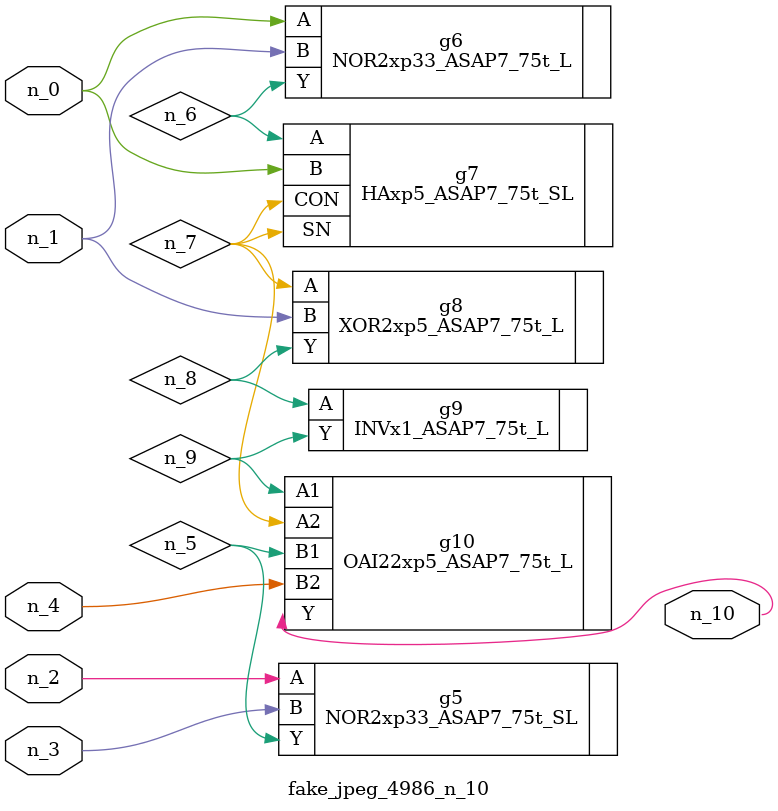
<source format=v>
module fake_jpeg_4986_n_10 (n_3, n_2, n_1, n_0, n_4, n_10);

input n_3;
input n_2;
input n_1;
input n_0;
input n_4;

output n_10;

wire n_8;
wire n_9;
wire n_6;
wire n_5;
wire n_7;

NOR2xp33_ASAP7_75t_SL g5 ( 
.A(n_2),
.B(n_3),
.Y(n_5)
);

NOR2xp33_ASAP7_75t_L g6 ( 
.A(n_0),
.B(n_1),
.Y(n_6)
);

HAxp5_ASAP7_75t_SL g7 ( 
.A(n_6),
.B(n_0),
.CON(n_7),
.SN(n_7)
);

XOR2xp5_ASAP7_75t_L g8 ( 
.A(n_7),
.B(n_1),
.Y(n_8)
);

INVx1_ASAP7_75t_L g9 ( 
.A(n_8),
.Y(n_9)
);

OAI22xp5_ASAP7_75t_L g10 ( 
.A1(n_9),
.A2(n_7),
.B1(n_5),
.B2(n_4),
.Y(n_10)
);


endmodule
</source>
